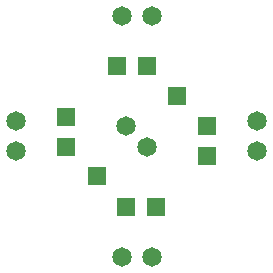
<source format=gbl>
G04 Layer: BottomLayer*
G04 EasyEDA v6.5.22, 2024-04-16 17:29:42*
G04 Gerber Generator version 0.2*
G04 Scale: 100 percent, Rotated: No, Reflected: No *
G04 Dimensions in millimeters *
G04 leading zeros omitted , absolute positions ,4 integer and 5 decimal *
%FSLAX45Y45*%
%MOMM*%

%ADD10R,1.5748X1.5748*%
%ADD11C,1.6510*%

%LPD*%
D10*
G01*
X-340004Y-339999D03*
G01*
X339999Y339999D03*
G01*
X596900Y88900D03*
G01*
X596900Y-165100D03*
G01*
X165100Y-596900D03*
G01*
X-88900Y-596900D03*
G01*
X88900Y596902D03*
G01*
X-165100Y596902D03*
G01*
X-596900Y165100D03*
G01*
X-596900Y-88900D03*
D11*
G01*
X-1019997Y127000D03*
G01*
X-1019997Y-127000D03*
G01*
X-127000Y1019997D03*
G01*
X127000Y1019997D03*
G01*
X-89788Y89788D03*
G01*
X89814Y-89814D03*
G01*
X127000Y-1019997D03*
G01*
X-127000Y-1019997D03*
G01*
X1019997Y127000D03*
G01*
X1019997Y-127000D03*
M02*

</source>
